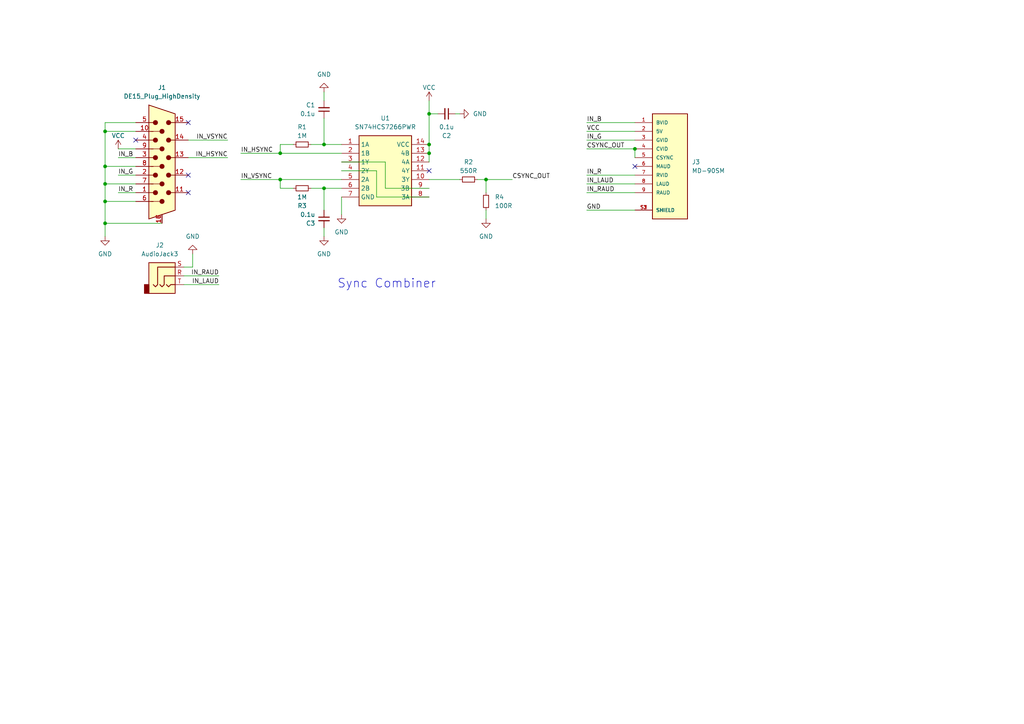
<source format=kicad_sch>
(kicad_sch (version 20230121) (generator eeschema)
  (paper "A4")
  (lib_symbols
    (symbol "Connector:DE15_Plug_HighDensity" (pin_names (offset 1.016) hide)
      (property "Reference" "J1" (at 0 22.86 0))
      (property "Value" "DE15_Plug_HighDensity" (at 0 20.32 0))
      (symbol "DE15_Plug_HighDensity_0_1"
        (circle (center -1.905 -7.62) (radius 0.635) (fill (type outline)))
        (circle (center -1.905 -2.54) (radius 0.635) (fill (type outline)))
        (circle (center -1.905 2.54) (radius 0.635) (fill (type outline)))
        (circle (center -1.905 7.62) (radius 0.635) (fill (type outline)))
        (circle (center -1.905 12.7) (radius 0.635) (fill (type outline)))
        (circle (center 0 -10.16) (radius 0.635) (fill (type outline)))
        (circle (center 0 -5.08) (radius 0.635) (fill (type outline)))
        (polyline (pts (xy -3.175 -5.08) (xy -0.635 -5.08)))
        (polyline (pts (xy -0.635 -10.16) (xy -3.175 -10.16)))
        (polyline (pts (xy -0.635 0) (xy -3.175 0)))
        (polyline (pts (xy -0.635 5.08) (xy -3.175 5.08)))
        (polyline (pts (xy -0.635 10.16) (xy -3.175 10.16)))
        (polyline (pts (xy -3.81 17.78) (xy -3.81 -15.24) (xy 3.81 -12.7) (xy 3.81 15.24) (xy -3.81 17.78)) (stroke (width 0.254)) (fill (type background)))
        (circle (center 0 0) (radius 0.635) (fill (type outline)))
        (circle (center 0 5.08) (radius 0.635) (fill (type outline)))
        (circle (center 0 10.16) (radius 0.635) (fill (type outline)))
        (circle (center 1.905 -7.62) (radius 0.635) (fill (type outline)))
        (circle (center 1.905 -2.54) (radius 0.635) (fill (type outline)))
        (circle (center 1.905 2.54) (radius 0.635) (fill (type outline)))
        (circle (center 1.905 7.62) (radius 0.635) (fill (type outline)))
        (circle (center 1.905 12.7) (radius 0.635) (fill (type outline)))
      )
      (symbol "DE15_Plug_HighDensity_1_1"
        (pin passive line (at -7.62 -7.62 0) (length 5.08) (name "~") (number "1"))
        (pin passive line (at -7.62 10.16 0) (length 5.08) (name "~") (number "10"))
        (pin passive line (at 7.62 -7.62 180) (length 5.08) (name "~") (number "11"))
        (pin passive line (at 7.62 -2.54 180) (length 5.08) (name "~") (number "12"))
        (pin passive line (at 7.62 2.54 180) (length 5.08) (name "~") (number "13"))
        (pin passive line (at 7.62 7.62 180) (length 5.08) (name "~") (number "14"))
        (pin passive line (at 7.62 12.7 180) (length 5.08) (name "~") (number "15"))
        (pin passive line (at 0 -16.51 90) (length 2.54) (name "Mount") (number "16"))
        (pin passive line (at 0 -16.51 90) (length 2.54) (name "Mount") (number "17"))
        (pin passive line (at -7.62 -2.54 0) (length 5.08) (name "~") (number "2"))
        (pin passive line (at -7.62 2.54 0) (length 5.08) (name "~") (number "3"))
        (pin passive line (at -7.62 7.62 0) (length 5.08) (name "~") (number "4"))
        (pin passive line (at -7.62 12.7 0) (length 5.08) (name "~") (number "5"))
        (pin passive line (at -7.62 -10.16 0) (length 5.08) (name "~") (number "6"))
        (pin passive line (at -7.62 -5.08 0) (length 5.08) (name "~") (number "7"))
        (pin passive line (at -7.62 0 0) (length 5.08) (name "~") (number "8"))
        (pin passive line (at -7.62 5.08 0) (length 5.08) (name "~") (number "9"))
      )
    )
    (symbol "Connector_Audio:AudioJack3"
      (property "Reference" "J" (at 0 8.89 0))
      (property "Value" "AudioJack3" (at 0 6.35 0))
      (symbol "AudioJack3_0_1"
        (rectangle (start -5.08 -5.08) (end -6.35 -2.54) (stroke (width 0.254)) (fill (type outline)))
        (polyline (pts (xy 0 -2.54) (xy 0.635 -3.175) (xy 1.27 -2.54) (xy 2.54 -2.54)) (stroke (width 0.254)))
        (polyline (pts (xy -1.905 -2.54) (xy -1.27 -3.175) (xy -0.635 -2.54) (xy -0.635 0) (xy 2.54 0)) (stroke (width 0.254)))
        (polyline (pts (xy 2.54 2.54) (xy -2.54 2.54) (xy -2.54 -2.54) (xy -3.175 -3.175) (xy -3.81 -2.54)) (stroke (width 0.254)))
        (rectangle (start 2.54 3.81) (end -5.08 -5.08) (stroke (width 0.254)) (fill (type background)))
      )
      (symbol "AudioJack3_1_1"
        (pin passive line (at 5.08 0 180) (length 2.54) (name "~") (number "R"))
        (pin passive line (at 5.08 2.54 180) (length 2.54) (name "~") (number "S"))
        (pin passive line (at 5.08 -2.54 180) (length 2.54) (name "~") (number "T"))
      )
    )
    (symbol "Device:C_Small" (pin_numbers hide) (pin_names (offset 0.254) hide)
      (property "Reference" "C" (at 0.254 1.778 0))
      (property "Value" "C_Small" (at 0.254 -2.032 0))
      (symbol "C_Small_0_1"
        (polyline (pts (xy -1.524 -0.508) (xy 1.524 -0.508)) (stroke (width 0.3302)))
        (polyline (pts (xy -1.524 0.508) (xy 1.524 0.508)) (stroke (width 0.3048)))
      )
      (symbol "C_Small_1_1"
        (pin passive line (at 0 2.54 270) (length 2.032) (name "~") (number "1"))
        (pin passive line (at 0 -2.54 90) (length 2.032) (name "~") (number "2"))
      )
    )
    (symbol "Device:R_Small" (pin_numbers hide) (pin_names (offset 0.254) hide)
      (property "Reference" "R" (at 0.762 0.508 0))
      (property "Value" "R_Small" (at 0.762 -1.016 0))
      (symbol "R_Small_0_1"
        (rectangle (start -0.762 1.778) (end 0.762 -1.778) (stroke (width 0.2032)))
      )
      (symbol "R_Small_1_1"
        (pin passive line (at 0 2.54 270) (length 0.762) (name "~") (number "1"))
        (pin passive line (at 0 -2.54 90) (length 0.762) (name "~") (number "2"))
      )
    )
    (symbol "REB_MD2:MD-90SM" (pin_names (offset 1.016))
      (property "Reference" "J" (at -5.08 16.002 0))
      (property "Value" "MD-90SM" (at -5.08 -17.78 0))
      (symbol "MD-90SM_0_0"
        (rectangle (start -5.08 15.24) (end 5.08 -15.24) (stroke (width 0.254)) (fill (type background)))
        (pin passive line (at -10.16 -12.7 0) (length 5.08) (name "SHIELD") (number "S1"))
        (pin passive line (at -10.16 -12.7 0) (length 5.08) (name "SHIELD") (number "S2"))
        (pin passive line (at -10.16 -12.7 0) (length 5.08) (name "SHIELD") (number "S3"))
      )
      (symbol "MD-90SM_1_0"
        (pin passive line (at -10.16 12.7 0) (length 5.08) (name "BVID") (number "1"))
        (pin passive line (at -10.16 10.16 0) (length 5.08) (name "5V") (number "2"))
        (pin passive line (at -10.16 7.62 0) (length 5.08) (name "GVID") (number "3"))
        (pin passive line (at -10.16 5.08 0) (length 5.08) (name "CVID") (number "4"))
        (pin passive line (at -10.16 2.54 0) (length 5.08) (name "CSYNC") (number "5"))
        (pin passive line (at -10.16 0 0) (length 5.08) (name "MAUD") (number "6"))
        (pin passive line (at -10.16 -2.54 0) (length 5.08) (name "RVID") (number "7"))
        (pin passive line (at -10.16 -5.08 0) (length 5.08) (name "LAUD") (number "8"))
        (pin passive line (at -10.16 -7.62 0) (length 5.08) (name "RAUD") (number "9"))
      )
    )
    (symbol "REB_XOR:SN74HCS7266PWR"
      (property "Reference" "IC" (at 21.59 7.62 0))
      (property "Value" "SN74HCS7266PWR" (at 21.59 5.08 0))
      (symbol "SN74HCS7266PWR_1_1"
        (rectangle (start 5.08 2.54) (end 20.32 -17.78) (stroke (width 0.254)) (fill (type background)))
        (pin passive line (at 0 0 0) (length 5.08) (name "1A") (number "1"))
        (pin passive line (at 25.4 -10.16 180) (length 5.08) (name "3Y") (number "10"))
        (pin passive line (at 25.4 -7.62 180) (length 5.08) (name "4Y") (number "11"))
        (pin passive line (at 25.4 -5.08 180) (length 5.08) (name "4A") (number "12"))
        (pin passive line (at 25.4 -2.54 180) (length 5.08) (name "4B") (number "13"))
        (pin passive line (at 25.4 0 180) (length 5.08) (name "VCC") (number "14"))
        (pin passive line (at 0 -2.54 0) (length 5.08) (name "1B") (number "2"))
        (pin passive line (at 0 -5.08 0) (length 5.08) (name "1Y") (number "3"))
        (pin passive line (at 0 -7.62 0) (length 5.08) (name "2Y") (number "4"))
        (pin passive line (at 0 -10.16 0) (length 5.08) (name "2A") (number "5"))
        (pin passive line (at 0 -12.7 0) (length 5.08) (name "2B") (number "6"))
        (pin passive line (at 0 -15.24 0) (length 5.08) (name "GND") (number "7"))
        (pin passive line (at 25.4 -15.24 180) (length 5.08) (name "3A") (number "8"))
        (pin passive line (at 25.4 -12.7 180) (length 5.08) (name "3B") (number "9"))
      )
    )
    (symbol "power:GND" (power) (pin_names (offset 0))
      (property "Value" "GND" (at 0 -3.81 0))
      (symbol "GND_0_1"
        (polyline (pts (xy 0 0) (xy 0 -1.27) (xy 1.27 -1.27) (xy 0 -2.54) (xy -1.27 -1.27) (xy 0 -1.27)))
      )
      (symbol "GND_1_1"
        (pin power_in line (at 0 0 270) (length 0) hide (name "GND") (number "1"))
      )
    )
    (symbol "power:VCC" (power) (pin_names (offset 0))
      (property "Value" "VCC" (at 0 3.81 0))
      (symbol "VCC_0_1"
        (polyline (pts (xy -0.762 1.27) (xy 0 2.54)))
        (polyline (pts (xy 0 0) (xy 0 2.54)))
        (polyline (pts (xy 0 2.54) (xy 0.762 1.27)))
      )
      (symbol "VCC_1_1"
        (pin power_in line (at 0 0 90) (length 0) hide (name "VCC") (number "1"))
      )
    )
  )
  (junction (at 30.48 58.42))
  (junction (at 30.48 38.1))
  (junction (at 30.48 48.26))
  (junction (at 140.97 52.07))
  (junction (at 93.98 54.61))
  (junction (at 124.46 41.91))
  (junction (at 93.98 41.91))
  (junction (at 124.46 44.45))
  (junction (at 30.48 64.77))
  (junction (at 124.46 33.02))
  (junction (at 184.15 43.18))
  (junction (at 81.28 52.07))
  (junction (at 81.28 44.45))
  (junction (at 30.48 53.34))
  (no_connect (at 184.15 48.26))
  (no_connect (at 39.37 40.64))
  (no_connect (at 54.61 35.56))
  (no_connect (at 124.46 49.53))
  (no_connect (at 54.61 50.8))
  (no_connect (at 54.61 55.88))
  (wire (pts (xy 69.85 44.45) (xy 81.28 44.45)))
  (wire (pts (xy 170.18 53.34) (xy 184.15 53.34)))
  (wire (pts (xy 170.18 40.64) (xy 184.15 40.64)))
  (wire (pts (xy 30.48 64.77) (xy 30.48 68.58)))
  (wire (pts (xy 184.15 43.18) (xy 184.15 45.72)))
  (wire (pts (xy 93.98 54.61) (xy 99.06 54.61)))
  (wire (pts (xy 30.48 53.34) (xy 30.48 58.42)))
  (wire (pts (xy 132.08 33.02) (xy 133.35 33.02)))
  (wire (pts (xy 53.34 77.47) (xy 55.88 77.47)))
  (wire (pts (xy 124.46 33.02) (xy 127 33.02)))
  (wire (pts (xy 54.61 45.72) (xy 66.04 45.72)))
  (wire (pts (xy 30.48 38.1) (xy 39.37 38.1)))
  (wire (pts (xy 170.18 60.96) (xy 184.15 60.96)))
  (wire (pts (xy 34.29 45.72) (xy 39.37 45.72)))
  (wire (pts (xy 140.97 60.96) (xy 140.97 63.5)))
  (wire (pts (xy 170.18 50.8) (xy 184.15 50.8)))
  (wire (pts (xy 30.48 38.1) (xy 30.48 48.26)))
  (wire (pts (xy 34.29 55.88) (xy 39.37 55.88)))
  (wire (pts (xy 81.28 44.45) (xy 99.06 44.45)))
  (wire (pts (xy 111.76 46.99) (xy 111.76 54.61)))
  (wire (pts (xy 99.06 57.15) (xy 99.06 62.23)))
  (wire (pts (xy 90.17 54.61) (xy 93.98 54.61)))
  (wire (pts (xy 170.18 35.56) (xy 184.15 35.56)))
  (wire (pts (xy 53.34 82.55) (xy 63.5 82.55)))
  (wire (pts (xy 111.76 54.61) (xy 124.46 54.61)))
  (wire (pts (xy 109.22 49.53) (xy 109.22 57.15)))
  (wire (pts (xy 170.18 55.88) (xy 184.15 55.88)))
  (wire (pts (xy 34.29 50.8) (xy 39.37 50.8)))
  (wire (pts (xy 99.06 49.53) (xy 109.22 49.53)))
  (wire (pts (xy 30.48 58.42) (xy 39.37 58.42)))
  (wire (pts (xy 39.37 43.18) (xy 34.29 43.18)))
  (wire (pts (xy 93.98 26.67) (xy 93.98 29.21)))
  (wire (pts (xy 81.28 41.91) (xy 81.28 44.45)))
  (wire (pts (xy 140.97 52.07) (xy 138.43 52.07)))
  (wire (pts (xy 46.99 64.77) (xy 30.48 64.77)))
  (wire (pts (xy 30.48 48.26) (xy 30.48 53.34)))
  (wire (pts (xy 81.28 52.07) (xy 99.06 52.07)))
  (wire (pts (xy 93.98 60.96) (xy 93.98 54.61)))
  (wire (pts (xy 30.48 58.42) (xy 30.48 64.77)))
  (wire (pts (xy 140.97 52.07) (xy 140.97 55.88)))
  (wire (pts (xy 124.46 52.07) (xy 133.35 52.07)))
  (wire (pts (xy 170.18 38.1) (xy 184.15 38.1)))
  (wire (pts (xy 140.97 52.07) (xy 148.59 52.07)))
  (wire (pts (xy 53.34 80.01) (xy 63.5 80.01)))
  (wire (pts (xy 30.48 35.56) (xy 30.48 38.1)))
  (wire (pts (xy 30.48 53.34) (xy 39.37 53.34)))
  (wire (pts (xy 109.22 57.15) (xy 124.46 57.15)))
  (wire (pts (xy 69.85 52.07) (xy 81.28 52.07)))
  (wire (pts (xy 124.46 44.45) (xy 124.46 41.91)))
  (wire (pts (xy 124.46 46.99) (xy 124.46 44.45)))
  (wire (pts (xy 124.46 33.02) (xy 124.46 29.21)))
  (wire (pts (xy 81.28 52.07) (xy 81.28 54.61)))
  (wire (pts (xy 90.17 41.91) (xy 93.98 41.91)))
  (wire (pts (xy 93.98 68.58) (xy 93.98 66.04)))
  (wire (pts (xy 93.98 41.91) (xy 99.06 41.91)))
  (wire (pts (xy 99.06 46.99) (xy 111.76 46.99)))
  (wire (pts (xy 81.28 54.61) (xy 85.09 54.61)))
  (wire (pts (xy 93.98 34.29) (xy 93.98 41.91)))
  (wire (pts (xy 124.46 41.91) (xy 124.46 33.02)))
  (wire (pts (xy 39.37 35.56) (xy 30.48 35.56)))
  (wire (pts (xy 85.09 41.91) (xy 81.28 41.91)))
  (wire (pts (xy 54.61 40.64) (xy 66.04 40.64)))
  (wire (pts (xy 170.18 43.18) (xy 184.15 43.18)))
  (wire (pts (xy 55.88 73.66) (xy 55.88 77.47)))
  (wire (pts (xy 30.48 48.26) (xy 39.37 48.26)))
  (text "Sync Combiner" (at 97.79 83.82 0) (effects (font (size 2.54 2.54)) (justify left bottom)))
  (label "IN_B" (at 170.18 35.56 0))
  (label "IN_G" (at 170.18 40.64 0))
  (label "CSYNC_OUT" (at 170.18 43.18 0))
  (label "VCC" (at 170.18 38.1 0))
  (label "IN_HSYNC" (at 69.85 44.45 0))
  (label "IN_VSYNC" (at 66.04 40.64 180))
  (label "GND" (at 170.18 60.96 0))
  (label "IN_LAUD" (at 63.5 82.55 180))
  (label "IN_LAUD" (at 170.18 53.34 0))
  (label "IN_VSYNC" (at 69.85 52.07 0))
  (label "IN_R" (at 170.18 50.8 0))
  (label "IN_RAUD" (at 170.18 55.88 0))
  (label "IN_B" (at 34.29 45.72 0))
  (label "IN_RAUD" (at 63.5 80.01 180))
  (label "IN_HSYNC" (at 66.04 45.72 180))
  (label "IN_R" (at 34.29 55.88 0))
  (label "IN_G" (at 34.29 50.8 0))
  (label "CSYNC_OUT" (at 148.59 52.07 0))
  (symbol (lib_id "Device:C_Small") (at 93.98 63.5 0) (unit 1)
    (property "Reference" "C3" (at 91.44 64.7764 0) (effects (justify right)))
    (property "Value" "0.1u" (at 91.44 62.2364 0) (effects (justify right)))
    (property "Footprint" "Capacitor_SMD:C_0805_2012Metric_Pad1.18x1.45mm_HandSolder" (effects hide))
  )
  (symbol (lib_id "REB_XOR:SN74HCS7266PWR") (at 99.06 41.91 0) (unit 1)
    (property "Reference" "U1" (at 111.76 34.29 0))
    (property "Value" "SN74HCS7266PWR" (at 111.76 36.83 0))
    (property "Footprint" "Package_SO:TSSOP-14_4.4x5mm_P0.65mm" (effects hide))
    (property "Datasheet" "http://www.ti.com/general/docs/suppproductinfo.tsp?distId=10&gotoUrl=http%3A%2F%2Fwww.ti.com%2Flit%2Fgpn%2FSN74HCS7266" (effects hide))
    (property "Height" "1.2" (effects hide))
    (property "Manufacturer_Name" "Texas Instruments" (effects hide))
    (property "Manufacturer_Part_Number" "SN74HCS7266PWR" (effects hide))
    (property "Mouser Part Number" "595-SN74HCS7266PWR" (effects hide))
    (property "Mouser Price/Stock" "https://www.mouser.co.uk/ProductDetail/Texas-Instruments/SN74HCS7266PWR?qs=vHuUswq2%252BszOam2u86m07Q%3D%3D" (effects hide))
    (property "Arrow Part Number" "SN74HCS7266PWR" (effects hide))
    (property "Arrow Price/Stock" "https://www.arrow.com/en/products/sn74hcs7266pwr/texas-instruments?region=nac" (effects hide))
  )
  (symbol (lib_id "Device:R_Small") (at 87.63 54.61 90) (mirror x) (unit 1)
    (property "Reference" "R3" (at 87.63 59.69 90))
    (property "Value" "1M" (at 87.63 57.15 90))
    (property "Footprint" "Resistor_SMD:R_0805_2012Metric_Pad1.20x1.40mm_HandSolder" (effects hide))
  )
  (symbol (lib_id "power:GND") (at 133.35 33.02 90) (unit 1)
    (property "Reference" "#PWR01" (effects hide))
    (property "Value" "GND" (at 137.16 33.02 90) (effects (justify right)))
  )
  (symbol (lib_id "Device:R_Small") (at 135.89 52.07 90) (unit 1)
    (property "Reference" "R2" (at 135.89 46.99 90))
    (property "Value" "550R" (at 135.89 49.53 90))
    (property "Footprint" "Resistor_SMD:R_0805_2012Metric_Pad1.20x1.40mm_HandSolder" (effects hide))
  )
  (symbol (lib_id "power:GND") (at 140.97 63.5 0) (unit 1)
    (property "Reference" "#PWR06" (effects hide))
    (property "Value" "GND" (at 140.97 68.58 0))
  )
  (symbol (lib_id "power:GND") (at 93.98 26.67 0) (mirror x) (unit 1)
    (property "Reference" "#PWR07" (effects hide))
    (property "Value" "GND" (at 93.98 21.59 0))
  )
  (symbol (lib_id "power:GND") (at 93.98 68.58 0) (mirror y) (unit 1)
    (property "Reference" "#PWR08" (effects hide))
    (property "Value" "GND" (at 93.98 73.66 0))
  )
  (symbol (lib_id "power:GND") (at 55.88 73.66 180) (unit 1)
    (property "Reference" "#PWR09" (effects hide))
    (property "Value" "GND" (at 55.88 68.58 0))
  )
  (symbol (lib_id "power:GND") (at 30.48 68.58 0) (unit 1)
    (property "Reference" "#PWR02" (effects hide))
    (property "Value" "GND" (at 30.48 73.66 0))
  )
  (symbol (lib_id "Device:C_Small") (at 93.98 31.75 0) (mirror x) (unit 1)
    (property "Reference" "C1" (at 91.44 30.4736 0) (effects (justify right)))
    (property "Value" "0.1u" (at 91.44 33.0136 0) (effects (justify right)))
    (property "Footprint" "Capacitor_SMD:C_0805_2012Metric_Pad1.18x1.45mm_HandSolder" (effects hide))
  )
  (symbol (lib_id "Device:R_Small") (at 140.97 58.42 180) (unit 1)
    (property "Reference" "R4" (at 143.51 57.15 0) (effects (justify right)))
    (property "Value" "100R" (at 143.51 59.69 0) (effects (justify right)))
    (property "Footprint" "Resistor_SMD:R_0805_2012Metric_Pad1.20x1.40mm_HandSolder" (effects hide))
  )
  (symbol (lib_id "power:VCC") (at 34.29 43.18 0) (unit 1)
    (property "Reference" "#PWR03" (effects hide))
    (property "Value" "VCC" (at 34.29 39.37 0))
  )
  (symbol (lib_id "Device:C_Small") (at 129.54 33.02 270) (mirror x) (unit 1)
    (property "Reference" "C2" (at 129.5336 39.37 90))
    (property "Value" "0.1u" (at 129.5336 36.83 90))
    (property "Footprint" "Capacitor_SMD:C_0805_2012Metric_Pad1.18x1.45mm_HandSolder" (effects hide))
  )
  (symbol (lib_id "power:VCC") (at 124.46 29.21 0) (unit 1)
    (property "Reference" "#PWR04" (effects hide))
    (property "Value" "VCC" (at 124.46 25.4 0))
  )
  (symbol (lib_id "Connector:DE15_Plug_HighDensity") (at 46.99 48.26 0) (unit 1)
    (property "Reference" "J1" (at 46.99 25.4 0))
    (property "Value" "DE15_Plug_HighDensity" (at 46.99 27.94 0))
    (property "Footprint" "REB_HD15:DSUB-15-HD_Male_Horizontal_P2.29x2.54mm_EdgePinOffset9.40mm" (effects hide))
    (property "Datasheet" " ~" (effects hide))
  )
  (symbol (lib_id "Device:R_Small") (at 87.63 41.91 90) (unit 1)
    (property "Reference" "R1" (at 87.63 36.83 90))
    (property "Value" "1M" (at 87.63 39.37 90))
    (property "Footprint" "Resistor_SMD:R_0805_2012Metric_Pad1.20x1.40mm_HandSolder" (effects hide))
  )
  (symbol (lib_id "power:GND") (at 99.06 62.23 0) (unit 1)
    (property "Reference" "#PWR05" (effects hide))
    (property "Value" "GND" (at 99.06 67.31 0))
  )
  (symbol (lib_id "REB_MD2:MD-90SM") (at 194.31 48.26 0) (unit 1)
    (property "Reference" "J3" (at 200.66 46.99 0) (effects (justify left)))
    (property "Value" "MD-90SM" (at 200.66 49.53 0) (effects (justify left)))
    (property "Footprint" "REB_MD2:CUI_MD-90SM" (effects hide))
    (property "STANDARD" "Manufacturer Recommendations" (effects hide))
    (property "MAXIMUM_PACKAGE_HEIGHT" "13.6 mm" (effects hide))
    (property "MANUFACTURER" "CUI" (effects hide))
    (property "PARTREV" "02/18/2022" (effects hide))
  )
  (symbol (lib_id "Connector_Audio:AudioJack3") (at 48.26 80.01 0) (unit 1)
    (property "Reference" "J2" (at 46.355 71.12 0))
    (property "Value" "AudioJack3" (at 46.355 73.66 0))
    (property "Footprint" "Connector_Audio:Jack_3.5mm_CUI_SJ-3523-SMT_Horizontal" (effects hide))
  )
)
</source>
